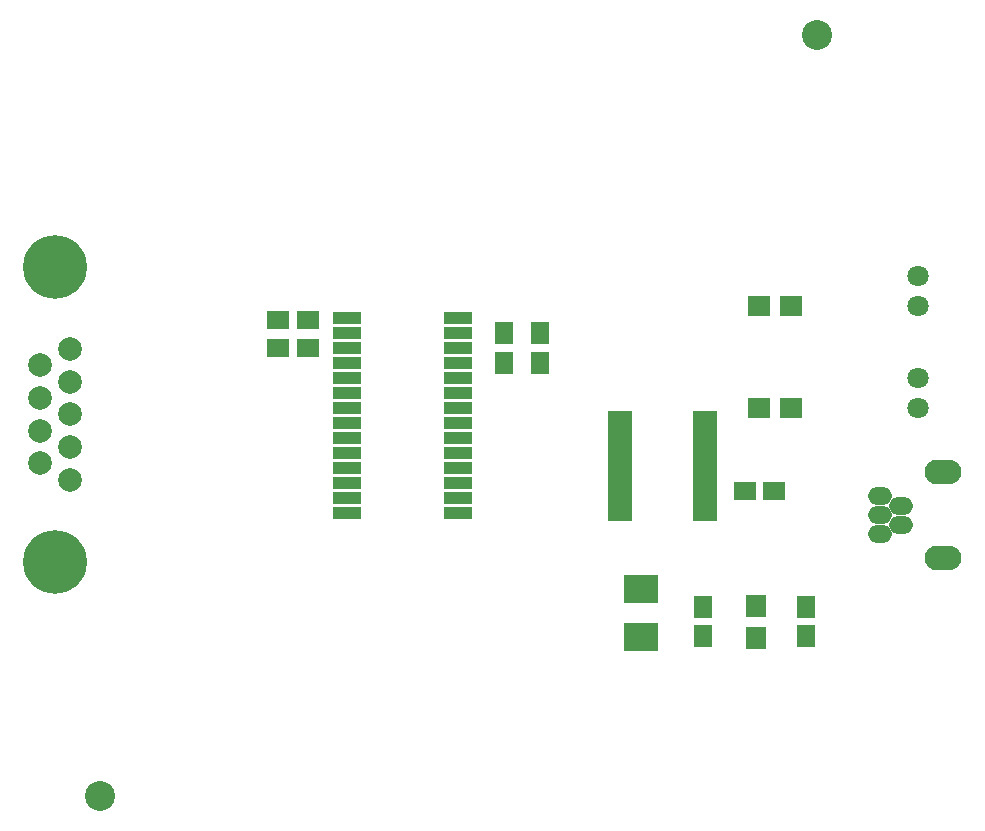
<source format=gbr>
G04 #@! TF.FileFunction,Soldermask,Top*
%FSLAX46Y46*%
G04 Gerber Fmt 4.6, Leading zero omitted, Abs format (unit mm)*
G04 Created by KiCad (PCBNEW no-vcs-found-product) date Thu Nov 24 16:10:56 2016*
%MOMM*%
%LPD*%
G01*
G04 APERTURE LIST*
%ADD10C,0.100000*%
%ADD11R,2.900000X2.400000*%
%ADD12R,1.650000X1.900000*%
%ADD13R,1.900000X1.650000*%
%ADD14R,1.700000X1.900000*%
%ADD15O,3.100000X2.100000*%
%ADD16O,2.050000X1.500000*%
%ADD17C,2.000000*%
%ADD18C,5.400000*%
%ADD19R,1.900000X1.700000*%
%ADD20R,2.150000X0.850000*%
%ADD21R,2.400000X1.000000*%
%ADD22C,1.800000*%
%ADD23C,2.540000*%
G04 APERTURE END LIST*
D10*
D11*
X163700000Y-116810000D03*
X163700000Y-112810000D03*
D12*
X168940000Y-116800000D03*
X168940000Y-114300000D03*
X177690000Y-114300000D03*
X177690000Y-116800000D03*
D13*
X132970000Y-89990000D03*
X135470000Y-89990000D03*
X172450000Y-104450000D03*
X174950000Y-104450000D03*
D12*
X155100000Y-91150000D03*
X155100000Y-93650000D03*
X152070000Y-91150000D03*
X152070000Y-93650000D03*
D14*
X173440000Y-116900000D03*
X173440000Y-114200000D03*
D15*
X189250000Y-102904000D03*
D16*
X183925000Y-104954000D03*
X183925000Y-106554000D03*
X185675000Y-105754000D03*
X185675000Y-107354000D03*
X183925000Y-108154000D03*
D15*
X189250000Y-110204000D03*
D17*
X115370000Y-92460000D03*
X115370000Y-95230000D03*
X115370000Y-98000000D03*
X115370000Y-100770000D03*
X115370000Y-103540000D03*
X112830000Y-93845000D03*
X112830000Y-96615000D03*
X112830000Y-99385000D03*
X112830000Y-102155000D03*
D18*
X114100000Y-85505000D03*
X114100000Y-110495000D03*
D19*
X173650000Y-97450000D03*
X176350000Y-97450000D03*
X173650000Y-88850000D03*
X176350000Y-88850000D03*
D20*
X161900000Y-98125000D03*
X161900000Y-98775000D03*
X161900000Y-99425000D03*
X161900000Y-100075000D03*
X161900000Y-100725000D03*
X161900000Y-101375000D03*
X161900000Y-102025000D03*
X161900000Y-102675000D03*
X161900000Y-103325000D03*
X161900000Y-103975000D03*
X161900000Y-104625000D03*
X161900000Y-105275000D03*
X161900000Y-105925000D03*
X161900000Y-106575000D03*
X169100000Y-106575000D03*
X169100000Y-105925000D03*
X169100000Y-105275000D03*
X169100000Y-104625000D03*
X169100000Y-103975000D03*
X169100000Y-103325000D03*
X169100000Y-102675000D03*
X169100000Y-102025000D03*
X169100000Y-101375000D03*
X169100000Y-100725000D03*
X169100000Y-100075000D03*
X169100000Y-99425000D03*
X169100000Y-98775000D03*
X169100000Y-98125000D03*
D21*
X138805000Y-89870000D03*
X138805000Y-91140000D03*
X138805000Y-92410000D03*
X138805000Y-93680000D03*
X138805000Y-94950000D03*
X138805000Y-96220000D03*
X138805000Y-97490000D03*
X138805000Y-98760000D03*
X138805000Y-100030000D03*
X138805000Y-101300000D03*
X138805000Y-102570000D03*
X138805000Y-103840000D03*
X138805000Y-105110000D03*
X138805000Y-106380000D03*
X148205000Y-106380000D03*
X148205000Y-105110000D03*
X148205000Y-103840000D03*
X148205000Y-102570000D03*
X148205000Y-101300000D03*
X148205000Y-100030000D03*
X148205000Y-98760000D03*
X148205000Y-97490000D03*
X148205000Y-96220000D03*
X148205000Y-94950000D03*
X148205000Y-93680000D03*
X148205000Y-92410000D03*
X148205000Y-91140000D03*
X148205000Y-89870000D03*
D22*
X187100000Y-94881000D03*
X187100000Y-97421000D03*
X187100000Y-86328000D03*
X187100000Y-88868000D03*
D23*
X117840000Y-130330000D03*
X178550000Y-65840000D03*
D13*
X135470000Y-92390000D03*
X132970000Y-92390000D03*
M02*

</source>
